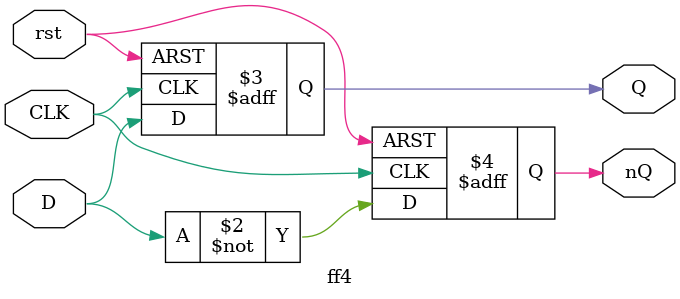
<source format=sv>
`timescale 1ns / 1ps

module ff4(
    input logic D, rst, CLK,
    output logic Q,nQ
    );
    
    always_ff @(posedge CLK, posedge rst) begin
    
        if (rst) begin 
            Q=0;
            nQ=1;
        end else begin
            Q=D;
            nQ=~D;
        end
    
    end
    
    
endmodule


</source>
